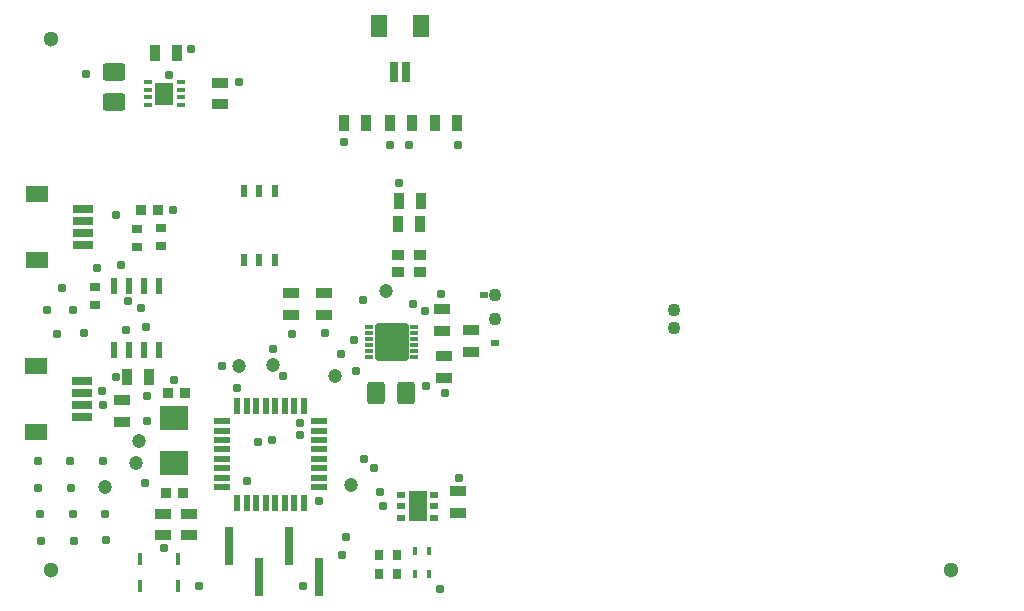
<source format=gts>
G04*
G04 #@! TF.GenerationSoftware,Altium Limited,Altium Designer,23.7.1 (13)*
G04*
G04 Layer_Color=8388736*
%FSLAX25Y25*%
%MOIN*%
G70*
G04*
G04 #@! TF.SameCoordinates,FE150CF2-D92F-4AEA-AE3F-07D5F2836877*
G04*
G04*
G04 #@! TF.FilePolarity,Negative*
G04*
G01*
G75*
%ADD18R,0.01997X0.05756*%
%ADD19R,0.05756X0.01997*%
%ADD20R,0.09449X0.07874*%
%ADD21R,0.01811X0.04331*%
%ADD22R,0.02500X0.13156*%
%ADD23R,0.02197X0.04156*%
%ADD30R,0.01600X0.02800*%
%ADD33R,0.04100X0.03700*%
%ADD35R,0.02197X0.05728*%
%ADD36R,0.02978X0.03200*%
%ADD37R,0.03200X0.02978*%
%ADD38R,0.03378X0.03200*%
%ADD39R,0.02699X0.02499*%
%ADD40R,0.05221X0.03646*%
%ADD41R,0.03646X0.05221*%
%ADD42C,0.04737*%
%ADD43R,0.05324X0.07687*%
%ADD44R,0.02962X0.06702*%
G04:AMPARAMS|DCode=45|XSize=58.11mil|YSize=73.86mil|CornerRadius=8.39mil|HoleSize=0mil|Usage=FLASHONLY|Rotation=180.000|XOffset=0mil|YOffset=0mil|HoleType=Round|Shape=RoundedRectangle|*
%AMROUNDEDRECTD45*
21,1,0.05811,0.05709,0,0,180.0*
21,1,0.04134,0.07386,0,0,180.0*
1,1,0.01677,-0.02067,0.02854*
1,1,0.01677,0.02067,0.02854*
1,1,0.01677,0.02067,-0.02854*
1,1,0.01677,-0.02067,-0.02854*
%
%ADD45ROUNDEDRECTD45*%
G04:AMPARAMS|DCode=46|XSize=58.11mil|YSize=73.86mil|CornerRadius=8.39mil|HoleSize=0mil|Usage=FLASHONLY|Rotation=270.000|XOffset=0mil|YOffset=0mil|HoleType=Round|Shape=RoundedRectangle|*
%AMROUNDEDRECTD46*
21,1,0.05811,0.05709,0,0,270.0*
21,1,0.04134,0.07386,0,0,270.0*
1,1,0.01677,-0.02854,-0.02067*
1,1,0.01677,-0.02854,0.02067*
1,1,0.01677,0.02854,0.02067*
1,1,0.01677,0.02854,-0.02067*
%
%ADD46ROUNDEDRECTD46*%
%ADD47R,0.06306X0.07290*%
%ADD48O,0.02762X0.01581*%
%ADD49R,0.02762X0.01975*%
%ADD50R,0.06306X0.09849*%
%ADD51R,0.06702X0.02962*%
%ADD52R,0.07687X0.05324*%
G04:AMPARAMS|DCode=53|XSize=26.61mil|YSize=12.84mil|CornerRadius=2.73mil|HoleSize=0mil|Usage=FLASHONLY|Rotation=0.000|XOffset=0mil|YOffset=0mil|HoleType=Round|Shape=RoundedRectangle|*
%AMROUNDEDRECTD53*
21,1,0.02661,0.00738,0,0,0.0*
21,1,0.02116,0.01284,0,0,0.0*
1,1,0.00545,0.01058,-0.00369*
1,1,0.00545,-0.01058,-0.00369*
1,1,0.00545,-0.01058,0.00369*
1,1,0.00545,0.01058,0.00369*
%
%ADD53ROUNDEDRECTD53*%
G04:AMPARAMS|DCode=54|XSize=110.36mil|YSize=126.11mil|CornerRadius=6.56mil|HoleSize=0mil|Usage=FLASHONLY|Rotation=0.000|XOffset=0mil|YOffset=0mil|HoleType=Round|Shape=RoundedRectangle|*
%AMROUNDEDRECTD54*
21,1,0.11036,0.11299,0,0,0.0*
21,1,0.09724,0.12611,0,0,0.0*
1,1,0.01312,0.04862,-0.05650*
1,1,0.01312,-0.04862,-0.05650*
1,1,0.01312,-0.04862,0.05650*
1,1,0.01312,0.04862,0.05650*
%
%ADD54ROUNDEDRECTD54*%
%ADD55C,0.05118*%
%ADD56C,0.02368*%
%ADD57C,0.00299*%
%ADD58C,0.03055*%
%ADD59C,0.04299*%
%ADD60C,0.01480*%
D18*
X77362Y70602D02*
D03*
X80512D02*
D03*
X83661D02*
D03*
X86811D02*
D03*
X89961D02*
D03*
X93110D02*
D03*
X96260D02*
D03*
X99410D02*
D03*
Y38202D02*
D03*
X96260D02*
D03*
X93110D02*
D03*
X89961D02*
D03*
X86811D02*
D03*
X83661D02*
D03*
X80512D02*
D03*
X77362D02*
D03*
D19*
X104586Y65425D02*
D03*
Y62276D02*
D03*
Y59126D02*
D03*
Y55976D02*
D03*
Y52827D02*
D03*
Y49677D02*
D03*
Y46528D02*
D03*
Y43378D02*
D03*
X72186D02*
D03*
Y46528D02*
D03*
Y49677D02*
D03*
Y52827D02*
D03*
Y55976D02*
D03*
Y59126D02*
D03*
Y62276D02*
D03*
Y65425D02*
D03*
D20*
X56346Y66327D02*
D03*
Y51366D02*
D03*
D21*
X57480Y10433D02*
D03*
Y19488D02*
D03*
X44882Y10433D02*
D03*
Y19488D02*
D03*
D22*
X104547Y13565D02*
D03*
X94547Y23965D02*
D03*
X84547Y13565D02*
D03*
X74547Y23965D02*
D03*
D23*
X79528Y142209D02*
D03*
X84646D02*
D03*
X89764D02*
D03*
Y119209D02*
D03*
X84646D02*
D03*
X79528D02*
D03*
D30*
X136626Y14567D02*
D03*
X141326D02*
D03*
X136626Y22047D02*
D03*
X141326D02*
D03*
D33*
X138287Y115260D02*
D03*
X131004D02*
D03*
Y120960D02*
D03*
X138287D02*
D03*
D35*
X36354Y89203D02*
D03*
X41354D02*
D03*
X46354D02*
D03*
X51354D02*
D03*
Y110631D02*
D03*
X46354D02*
D03*
X41354D02*
D03*
X36354D02*
D03*
D36*
X130598Y14567D02*
D03*
X124520D02*
D03*
X130598Y20866D02*
D03*
X124520D02*
D03*
D37*
X51925Y129744D02*
D03*
Y123666D02*
D03*
X29921Y104048D02*
D03*
Y110126D02*
D03*
X43728Y123532D02*
D03*
Y129610D02*
D03*
D38*
X59926Y74803D02*
D03*
X54248D02*
D03*
X59138Y41339D02*
D03*
X53460D02*
D03*
X50871Y135827D02*
D03*
X45193D02*
D03*
D39*
X163285Y91547D02*
D03*
X159611Y107547D02*
D03*
D40*
X155118Y95768D02*
D03*
Y88484D02*
D03*
X95276Y100689D02*
D03*
Y107972D02*
D03*
X106299Y100689D02*
D03*
Y107972D02*
D03*
X146063Y79823D02*
D03*
Y87106D02*
D03*
X145669Y102854D02*
D03*
Y95571D02*
D03*
X52492Y27343D02*
D03*
Y34626D02*
D03*
X61122Y27327D02*
D03*
Y34610D02*
D03*
X38996Y72555D02*
D03*
Y65272D02*
D03*
X71437Y170988D02*
D03*
Y178272D02*
D03*
X150787Y42224D02*
D03*
Y34941D02*
D03*
D41*
X128248Y164961D02*
D03*
X135531D02*
D03*
X120177D02*
D03*
X112894D02*
D03*
X150492D02*
D03*
X143209D02*
D03*
X131150Y138957D02*
D03*
X138433D02*
D03*
X130968Y130972D02*
D03*
X138252D02*
D03*
X40547Y80079D02*
D03*
X47831D02*
D03*
X57268Y188126D02*
D03*
X49984D02*
D03*
D42*
X115354Y44094D02*
D03*
X33071Y43307D02*
D03*
X126772Y108661D02*
D03*
X110004Y80315D02*
D03*
X44488Y58661D02*
D03*
X43701Y51575D02*
D03*
X77870Y83854D02*
D03*
X89098Y84110D02*
D03*
D43*
X124409Y197244D02*
D03*
X138583D02*
D03*
D44*
X129528Y181890D02*
D03*
X133465D02*
D03*
D45*
X133661Y74803D02*
D03*
X123425D02*
D03*
D46*
X36169Y171634D02*
D03*
Y181870D02*
D03*
D47*
X52941Y174583D02*
D03*
D48*
X47429Y170744D02*
D03*
Y173303D02*
D03*
Y175862D02*
D03*
Y178421D02*
D03*
X58453D02*
D03*
Y175862D02*
D03*
Y173303D02*
D03*
Y170744D02*
D03*
D49*
X131890Y40945D02*
D03*
Y37008D02*
D03*
Y33071D02*
D03*
X142913D02*
D03*
Y37008D02*
D03*
Y40945D02*
D03*
D50*
X137402Y37008D02*
D03*
D51*
X25547Y78638D02*
D03*
Y74701D02*
D03*
Y70764D02*
D03*
Y66827D02*
D03*
X26047Y136079D02*
D03*
Y132142D02*
D03*
Y128205D02*
D03*
Y124268D02*
D03*
D52*
X10193Y83756D02*
D03*
Y61709D02*
D03*
X10693Y141197D02*
D03*
Y119150D02*
D03*
D53*
X136221Y92716D02*
D03*
Y86811D02*
D03*
Y88779D02*
D03*
Y90748D02*
D03*
Y94685D02*
D03*
Y96653D02*
D03*
X121260Y86811D02*
D03*
Y88779D02*
D03*
Y90748D02*
D03*
Y92716D02*
D03*
Y94685D02*
D03*
Y96653D02*
D03*
D54*
X128740Y91732D02*
D03*
D55*
X15157Y15748D02*
D03*
X315354D02*
D03*
X15264Y192642D02*
D03*
D56*
X52941Y172122D02*
D03*
Y177043D02*
D03*
X50972Y174583D02*
D03*
X54909D02*
D03*
X135433Y37008D02*
D03*
X139370D02*
D03*
X135433Y40748D02*
D03*
X139370D02*
D03*
X135433Y33268D02*
D03*
X139370D02*
D03*
D57*
X161319Y187441D02*
D03*
X331319Y17441D02*
D03*
Y187441D02*
D03*
X161319Y17441D02*
D03*
D58*
X150787Y157480D02*
D03*
X145276Y107874D02*
D03*
X134646Y157480D02*
D03*
X128347D02*
D03*
X139764Y101969D02*
D03*
X119291Y105905D02*
D03*
X135827Y104331D02*
D03*
X140157Y77165D02*
D03*
X146539Y74650D02*
D03*
X119685Y52870D02*
D03*
X124803Y41732D02*
D03*
X92520Y80315D02*
D03*
X125984Y37008D02*
D03*
X144882Y9449D02*
D03*
X116929Y82284D02*
D03*
X116142Y92520D02*
D03*
X111811Y87795D02*
D03*
X131118Y144882D02*
D03*
X151110Y46303D02*
D03*
X106693Y94882D02*
D03*
X95669Y94488D02*
D03*
X56299Y79134D02*
D03*
X46457Y44882D02*
D03*
X47095Y73909D02*
D03*
X52756Y23031D02*
D03*
X99213Y10630D02*
D03*
X64567D02*
D03*
X112205Y20866D02*
D03*
X36882Y134236D02*
D03*
X11024Y43147D02*
D03*
X22047D02*
D03*
X30709Y116535D02*
D03*
X18898Y109843D02*
D03*
X26378Y94882D02*
D03*
X17323Y94488D02*
D03*
X22441Y102362D02*
D03*
X13780D02*
D03*
X33465Y25824D02*
D03*
X22835Y25430D02*
D03*
X11811D02*
D03*
X33071Y34486D02*
D03*
X22441D02*
D03*
X11417D02*
D03*
X32677Y52202D02*
D03*
X21654D02*
D03*
X11024D02*
D03*
X55905Y135827D02*
D03*
X38583Y117323D02*
D03*
X54555Y180831D02*
D03*
X26992Y181264D02*
D03*
X62051Y189366D02*
D03*
X77807Y178524D02*
D03*
X104496Y38752D02*
D03*
X77319Y76378D02*
D03*
X36740Y79996D02*
D03*
X40236Y95878D02*
D03*
X112839Y158398D02*
D03*
X32374Y75410D02*
D03*
X40878Y105398D02*
D03*
X32492Y70784D02*
D03*
X46913Y96933D02*
D03*
X45150Y103260D02*
D03*
X80390Y45299D02*
D03*
X123000Y49764D02*
D03*
X47221Y65299D02*
D03*
X72154Y83909D02*
D03*
X84264Y58406D02*
D03*
X89067Y89429D02*
D03*
X88972Y59102D02*
D03*
X98209Y64780D02*
D03*
X98110Y60844D02*
D03*
X113634Y26791D02*
D03*
D59*
X222919Y96500D02*
D03*
X163319Y99500D02*
D03*
X222919Y102500D02*
D03*
X163319Y107500D02*
D03*
D60*
X132849Y91767D02*
D03*
X124606Y91732D02*
D03*
X128740Y86811D02*
D03*
Y96653D02*
D03*
M02*

</source>
